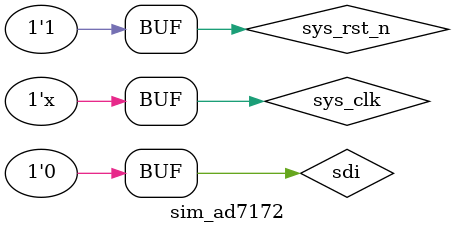
<source format=v>
`timescale 1ns / 1ps


module sim_ad7172(

    );

reg sys_clk = 1'b0;
always #10 sys_clk <= ~sys_clk;
reg sdi = 1'b1;
reg sys_rst_n = 1'b1;
initial begin
#110000
sdi = 1'b0;
#5000
sys_rst_n = 1'b0;
#1000
sys_rst_n = 1'b1;


end


AD7172 ad7172_inst
(

    .sys_clk        (sys_clk),
    .sys_rst_n      (sys_rst_n),

    .SCLK           (),
    .SDI            (sdi),
    .SDO            (),
    .CS_n           (),

    .AIN4           (),
    .AIN3           (),
    .AIN2           (),
    .AIN1           ()

);












endmodule

</source>
